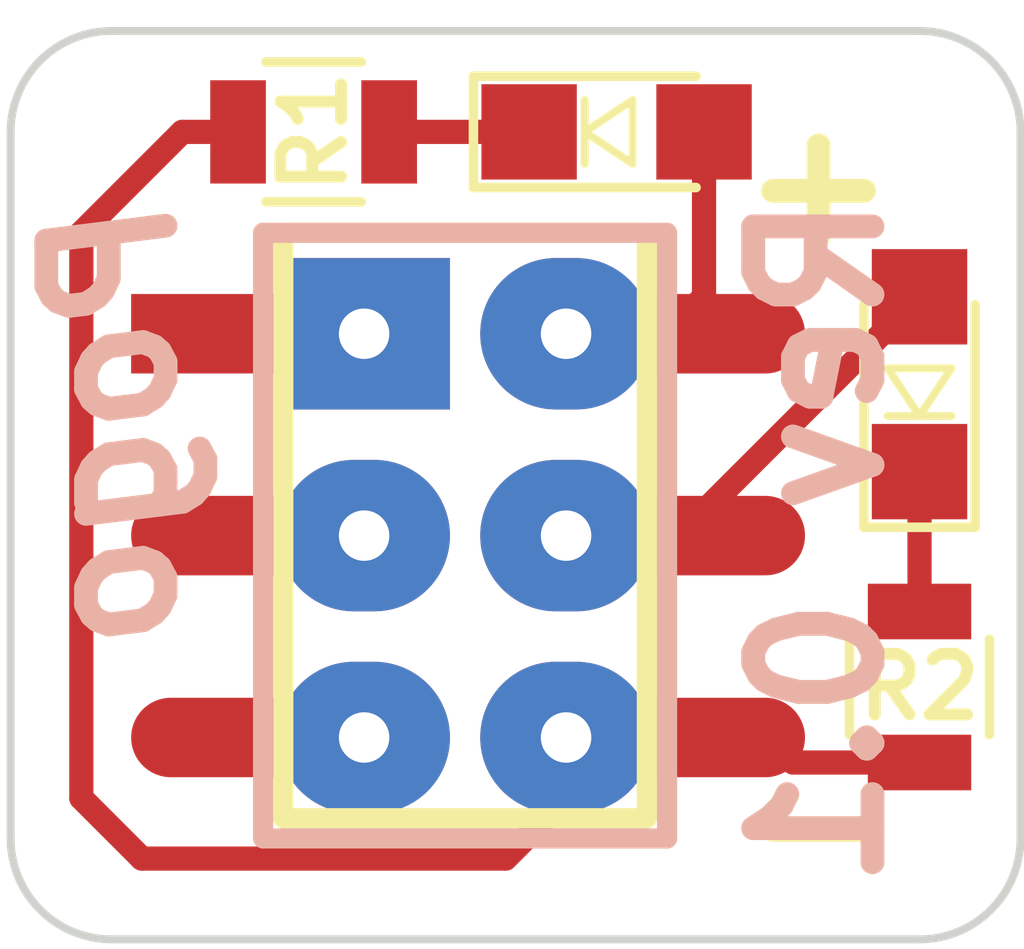
<source format=kicad_pcb>
(kicad_pcb (version 4) (host pcbnew 4.0.6)

  (general
    (links 12)
    (no_connects 0)
    (area 145.364999 91.389999 158.165001 102.920001)
    (thickness 1.6)
    (drawings 22)
    (tracks 17)
    (zones 0)
    (modules 6)
    (nets 9)
  )

  (page USLetter)
  (title_block
    (title Pogo)
    (date 2018-03-08)
    (rev 0.0)
    (company Maker'sBox)
  )

  (layers
    (0 F.Cu signal)
    (31 B.Cu signal)
    (34 B.Paste user)
    (35 F.Paste user)
    (36 B.SilkS user)
    (37 F.SilkS user)
    (38 B.Mask user)
    (39 F.Mask user)
    (40 Dwgs.User user hide)
    (44 Edge.Cuts user)
  )

  (setup
    (last_trace_width 0.1524)
    (user_trace_width 0.254)
    (user_trace_width 0.3048)
    (user_trace_width 0.4064)
    (user_trace_width 0.6096)
    (user_trace_width 2.032)
    (trace_clearance 0.1524)
    (zone_clearance 0.508)
    (zone_45_only no)
    (trace_min 0.1524)
    (segment_width 0.254)
    (edge_width 0.1)
    (via_size 0.6858)
    (via_drill 0.3302)
    (via_min_size 0.6858)
    (via_min_drill 0.3302)
    (user_via 1 0.5)
    (uvia_size 0.762)
    (uvia_drill 0.508)
    (uvias_allowed no)
    (uvia_min_size 0.508)
    (uvia_min_drill 0.127)
    (pcb_text_width 0.3)
    (pcb_text_size 1.5 1.5)
    (mod_edge_width 0.15)
    (mod_text_size 1 1)
    (mod_text_width 0.15)
    (pad_size 2.159 1.905)
    (pad_drill 0.635)
    (pad_to_mask_clearance 0)
    (aux_axis_origin 0 0)
    (grid_origin 210.82 95.25)
    (visible_elements 7FFEFFFF)
    (pcbplotparams
      (layerselection 0x010f0_80000000)
      (usegerberextensions true)
      (excludeedgelayer true)
      (linewidth 0.100000)
      (plotframeref false)
      (viasonmask false)
      (mode 1)
      (useauxorigin false)
      (hpglpennumber 1)
      (hpglpenspeed 20)
      (hpglpendiameter 15)
      (hpglpenoverlay 2)
      (psnegative false)
      (psa4output false)
      (plotreference true)
      (plotvalue true)
      (plotinvisibletext false)
      (padsonsilk false)
      (subtractmaskfromsilk false)
      (outputformat 1)
      (mirror false)
      (drillshape 0)
      (scaleselection 1)
      (outputdirectory gerbers/))
  )

  (net 0 "")
  (net 1 GND)
  (net 2 +BATT)
  (net 3 "Net-(CON1-Pad1)")
  (net 4 "Net-(CON1-Pad3)")
  (net 5 "Net-(CON1-Pad4)")
  (net 6 "Net-(CON1-Pad5)")
  (net 7 "Net-(D1-Pad1)")
  (net 8 "Net-(D2-Pad1)")

  (net_class Default "This is the default net class."
    (clearance 0.1524)
    (trace_width 0.1524)
    (via_dia 0.6858)
    (via_drill 0.3302)
    (uvia_dia 0.762)
    (uvia_drill 0.508)
    (add_net +BATT)
    (add_net GND)
    (add_net "Net-(CON1-Pad1)")
    (add_net "Net-(CON1-Pad3)")
    (add_net "Net-(CON1-Pad4)")
    (add_net "Net-(CON1-Pad5)")
    (add_net "Net-(D1-Pad1)")
    (add_net "Net-(D2-Pad1)")
  )

  (module Pin_Headers:Pin_Header_Straight_2x03_Pitch2.54mm (layer F.Cu) (tedit 5AFC7C9C) (tstamp 5AA20174)
    (at 151.13 97.79)
    (descr "Through hole straight pin header, 2x03, 2.54mm pitch, double rows")
    (tags "Through hole pin header THT 2x03 2.54mm double row")
    (path /5AA202EB)
    (fp_text reference CON2 (at 0 -4.87) (layer F.SilkS) hide
      (effects (font (size 1 1) (thickness 0.15)))
    )
    (fp_text value AVR-ISP-6 (at 0 4.87) (layer F.Fab)
      (effects (font (size 1 1) (thickness 0.15)))
    )
    (fp_line (start -2.286 -3.81) (end 2.286 -3.81) (layer F.SilkS) (width 0.254))
    (fp_line (start 2.286 -3.81) (end 2.286 3.556) (layer F.SilkS) (width 0.254))
    (fp_line (start 2.286 3.556) (end -2.286 3.556) (layer F.SilkS) (width 0.254))
    (fp_line (start -2.286 3.556) (end -2.286 -3.81) (layer F.SilkS) (width 0.254))
    (fp_line (start -1.27 -3.81) (end 2.54 -3.81) (layer F.Fab) (width 0.1))
    (fp_line (start 2.54 -3.81) (end 2.54 3.81) (layer F.Fab) (width 0.1))
    (fp_line (start 2.54 3.81) (end -2.54 3.81) (layer F.Fab) (width 0.1))
    (fp_line (start -2.54 3.81) (end -2.54 -2.54) (layer F.Fab) (width 0.1))
    (fp_line (start -2.54 -2.54) (end -1.27 -3.81) (layer F.Fab) (width 0.1))
    (fp_line (start -3.07 -4.34) (end -3.07 4.31) (layer F.CrtYd) (width 0.05))
    (fp_line (start -3.07 4.31) (end 3.08 4.31) (layer F.CrtYd) (width 0.05))
    (fp_line (start 3.08 4.31) (end 3.08 -4.34) (layer F.CrtYd) (width 0.05))
    (fp_line (start 3.08 -4.34) (end -3.07 -4.34) (layer F.CrtYd) (width 0.05))
    (fp_text user %R (at 0 0 90) (layer F.Fab)
      (effects (font (size 1 1) (thickness 0.15)))
    )
    (pad 6 smd oval (at 2.7 2.54) (size 3.15 1) (layers F.Cu F.Paste F.Mask)
      (net 1 GND))
    (pad 4 smd oval (at 2.7 0) (size 3.15 1) (layers F.Cu F.Paste F.Mask)
      (net 5 "Net-(CON1-Pad4)"))
    (pad 5 smd oval (at -2.7 2.54) (size 3 1) (layers F.Cu F.Paste F.Mask)
      (net 6 "Net-(CON1-Pad5)"))
    (pad 3 smd oval (at -2.7 0) (size 3 1) (layers F.Cu F.Paste F.Mask)
      (net 4 "Net-(CON1-Pad3)"))
    (pad 1 smd rect (at -2.7 -2.54) (size 3 1) (layers F.Cu F.Paste F.Mask)
      (net 3 "Net-(CON1-Pad1)"))
    (pad 2 smd oval (at 2.7 -2.54) (size 3.15 1) (layers F.Cu F.Paste F.Mask)
      (net 2 +BATT))
    (model ${KISYS3DMOD}/Pin_Headers.3dshapes/Pin_Header_Straight_2x03_Pitch2.54mm.wrl
      (at (xyz 0 0 0))
      (scale (xyz 1 1 1))
      (rotate (xyz 0 0 90))
    )
  )

  (module Pin_Headers:Pin_Header_Straight_2x03_Pitch2.54mm (layer F.Cu) (tedit 5AA20ECA) (tstamp 5AA2016A)
    (at 149.86 95.25)
    (descr "Through hole straight pin header, 2x03, 2.54mm pitch, double rows")
    (tags "Through hole pin header THT 2x03 2.54mm double row")
    (path /58609061)
    (fp_text reference CON1 (at 1.27 -2.33) (layer F.SilkS) hide
      (effects (font (size 1 1) (thickness 0.15)))
    )
    (fp_text value AVR-ISP-6 (at 1.27 7.41) (layer F.Fab)
      (effects (font (size 1 1) (thickness 0.15)))
    )
    (fp_line (start -1.27 -1.27) (end 3.81 -1.27) (layer B.SilkS) (width 0.254))
    (fp_line (start 3.81 -1.27) (end 3.81 6.35) (layer B.SilkS) (width 0.254))
    (fp_line (start 3.81 6.35) (end -1.27 6.35) (layer B.SilkS) (width 0.254))
    (fp_line (start -1.27 6.35) (end -1.27 -1.27) (layer B.SilkS) (width 0.254))
    (fp_line (start 0 -1.27) (end 3.81 -1.27) (layer F.Fab) (width 0.1))
    (fp_line (start 3.81 -1.27) (end 3.81 6.35) (layer F.Fab) (width 0.1))
    (fp_line (start 3.81 6.35) (end -1.27 6.35) (layer F.Fab) (width 0.1))
    (fp_line (start -1.27 6.35) (end -1.27 0) (layer F.Fab) (width 0.1))
    (fp_line (start -1.27 0) (end 0 -1.27) (layer F.Fab) (width 0.1))
    (fp_line (start -1.8 -1.8) (end -1.8 6.85) (layer F.CrtYd) (width 0.05))
    (fp_line (start -1.8 6.85) (end 4.35 6.85) (layer F.CrtYd) (width 0.05))
    (fp_line (start 4.35 6.85) (end 4.35 -1.8) (layer F.CrtYd) (width 0.05))
    (fp_line (start 4.35 -1.8) (end -1.8 -1.8) (layer F.CrtYd) (width 0.05))
    (fp_text user %R (at 1.27 2.54 90) (layer F.Fab)
      (effects (font (size 1 1) (thickness 0.15)))
    )
    (pad 1 thru_hole rect (at 0 0) (size 2.159 1.905) (drill 0.635) (layers *.Cu *.Mask)
      (net 3 "Net-(CON1-Pad1)"))
    (pad 2 thru_hole oval (at 2.54 0) (size 2.159 1.905) (drill 0.635) (layers *.Cu *.Mask)
      (net 2 +BATT))
    (pad 3 thru_hole oval (at 0 2.54) (size 2.159 1.905) (drill 0.635) (layers *.Cu *.Mask)
      (net 4 "Net-(CON1-Pad3)"))
    (pad 4 thru_hole oval (at 2.54 2.54) (size 2.159 1.905) (drill 0.635) (layers *.Cu *.Mask)
      (net 5 "Net-(CON1-Pad4)"))
    (pad 5 thru_hole oval (at 0 5.08) (size 2.159 1.905) (drill 0.635) (layers *.Cu *.Mask)
      (net 6 "Net-(CON1-Pad5)"))
    (pad 6 thru_hole oval (at 2.54 5.08) (size 2.159 1.905) (drill 0.635) (layers *.Cu *.Mask)
      (net 1 GND))
  )

  (module LEDs:LED_0805 (layer F.Cu) (tedit 5AFC7E1D) (tstamp 5AA206ED)
    (at 153.035 92.71)
    (descr "LED 0805 smd package")
    (tags "LED led 0805 SMD smd SMT smt smdled SMDLED smtled SMTLED")
    (path /5AA20546)
    (attr smd)
    (fp_text reference D1 (at 0 -1.45) (layer F.SilkS) hide
      (effects (font (size 1 1) (thickness 0.15)))
    )
    (fp_text value LED (at 0 1.55) (layer F.Fab)
      (effects (font (size 1 1) (thickness 0.15)))
    )
    (fp_line (start -1.8 -0.7) (end -1.8 0.7) (layer F.SilkS) (width 0.12))
    (fp_line (start -0.4 -0.4) (end -0.4 0.4) (layer F.SilkS) (width 0.1))
    (fp_line (start -0.4 0) (end 0.2 -0.4) (layer F.SilkS) (width 0.1))
    (fp_line (start 0.2 0.4) (end -0.4 0) (layer F.SilkS) (width 0.1))
    (fp_line (start 0.2 -0.4) (end 0.2 0.4) (layer F.SilkS) (width 0.1))
    (fp_line (start 1 0.6) (end -1 0.6) (layer F.Fab) (width 0.1))
    (fp_line (start 1 -0.6) (end 1 0.6) (layer F.Fab) (width 0.1))
    (fp_line (start -1 -0.6) (end 1 -0.6) (layer F.Fab) (width 0.1))
    (fp_line (start -1 0.6) (end -1 -0.6) (layer F.Fab) (width 0.1))
    (fp_line (start -1.8 0.7) (end 1 0.7) (layer F.SilkS) (width 0.12))
    (fp_line (start -1.8 -0.7) (end 1 -0.7) (layer F.SilkS) (width 0.12))
    (fp_line (start 1.95 -0.85) (end 1.95 0.85) (layer F.CrtYd) (width 0.05))
    (fp_line (start 1.95 0.85) (end -1.95 0.85) (layer F.CrtYd) (width 0.05))
    (fp_line (start -1.95 0.85) (end -1.95 -0.85) (layer F.CrtYd) (width 0.05))
    (fp_line (start -1.95 -0.85) (end 1.95 -0.85) (layer F.CrtYd) (width 0.05))
    (fp_text user %R (at 0 -1.25) (layer F.Fab)
      (effects (font (size 0.4 0.4) (thickness 0.1)))
    )
    (pad 2 smd rect (at 1.1 0 180) (size 1.2 1.2) (layers F.Cu F.Paste F.Mask)
      (net 2 +BATT))
    (pad 1 smd rect (at -1.1 0 180) (size 1.2 1.2) (layers F.Cu F.Paste F.Mask)
      (net 7 "Net-(D1-Pad1)"))
    (model ${KISYS3DMOD}/LEDs.3dshapes/LED_0805.wrl
      (at (xyz 0 0 0))
      (scale (xyz 1 1 1))
      (rotate (xyz 0 0 180))
    )
  )

  (module LEDs:LED_0805 (layer F.Cu) (tedit 5AFC7E2B) (tstamp 5AA206E7)
    (at 156.845 95.885 90)
    (descr "LED 0805 smd package")
    (tags "LED led 0805 SMD smd SMT smt smdled SMDLED smtled SMTLED")
    (path /5AA206DD)
    (attr smd)
    (fp_text reference D2 (at 0 -1.45 90) (layer F.SilkS) hide
      (effects (font (size 1 1) (thickness 0.15)))
    )
    (fp_text value LED (at 0 1.55 90) (layer F.Fab)
      (effects (font (size 1 1) (thickness 0.15)))
    )
    (fp_line (start -1.8 -0.7) (end -1.8 0.7) (layer F.SilkS) (width 0.12))
    (fp_line (start -0.4 -0.4) (end -0.4 0.4) (layer F.SilkS) (width 0.1))
    (fp_line (start -0.4 0) (end 0.2 -0.4) (layer F.SilkS) (width 0.1))
    (fp_line (start 0.2 0.4) (end -0.4 0) (layer F.SilkS) (width 0.1))
    (fp_line (start 0.2 -0.4) (end 0.2 0.4) (layer F.SilkS) (width 0.1))
    (fp_line (start 1 0.6) (end -1 0.6) (layer F.Fab) (width 0.1))
    (fp_line (start 1 -0.6) (end 1 0.6) (layer F.Fab) (width 0.1))
    (fp_line (start -1 -0.6) (end 1 -0.6) (layer F.Fab) (width 0.1))
    (fp_line (start -1 0.6) (end -1 -0.6) (layer F.Fab) (width 0.1))
    (fp_line (start -1.8 0.7) (end 1 0.7) (layer F.SilkS) (width 0.12))
    (fp_line (start -1.8 -0.7) (end 1 -0.7) (layer F.SilkS) (width 0.12))
    (fp_line (start 1.95 -0.85) (end 1.95 0.85) (layer F.CrtYd) (width 0.05))
    (fp_line (start 1.95 0.85) (end -1.95 0.85) (layer F.CrtYd) (width 0.05))
    (fp_line (start -1.95 0.85) (end -1.95 -0.85) (layer F.CrtYd) (width 0.05))
    (fp_line (start -1.95 -0.85) (end 1.95 -0.85) (layer F.CrtYd) (width 0.05))
    (fp_text user %R (at 0 -1.25 90) (layer F.Fab)
      (effects (font (size 0.4 0.4) (thickness 0.1)))
    )
    (pad 2 smd rect (at 1.1 0 270) (size 1.2 1.2) (layers F.Cu F.Paste F.Mask)
      (net 5 "Net-(CON1-Pad4)"))
    (pad 1 smd rect (at -1.1 0 270) (size 1.2 1.2) (layers F.Cu F.Paste F.Mask)
      (net 8 "Net-(D2-Pad1)"))
    (model ${KISYS3DMOD}/LEDs.3dshapes/LED_0805.wrl
      (at (xyz 0 0 0))
      (scale (xyz 1 1 1))
      (rotate (xyz 0 0 180))
    )
  )

  (module Resistors_SMD:R_0805 (layer F.Cu) (tedit 5AFC7E30) (tstamp 5AA206F3)
    (at 156.845 99.695 270)
    (descr "Resistor SMD 0805, reflow soldering, Vishay (see dcrcw.pdf)")
    (tags "resistor 0805")
    (path /5AA20729)
    (attr smd)
    (fp_text reference R2 (at 0 0 360) (layer F.SilkS)
      (effects (font (size 0.762 0.762) (thickness 0.15)))
    )
    (fp_text value 330 (at 0 1.75 270) (layer F.Fab)
      (effects (font (size 1 1) (thickness 0.15)))
    )
    (fp_text user %R (at 0 0 270) (layer F.Fab)
      (effects (font (size 0.5 0.5) (thickness 0.075)))
    )
    (fp_line (start -1 0.62) (end -1 -0.62) (layer F.Fab) (width 0.1))
    (fp_line (start 1 0.62) (end -1 0.62) (layer F.Fab) (width 0.1))
    (fp_line (start 1 -0.62) (end 1 0.62) (layer F.Fab) (width 0.1))
    (fp_line (start -1 -0.62) (end 1 -0.62) (layer F.Fab) (width 0.1))
    (fp_line (start 0.6 0.88) (end -0.6 0.88) (layer F.SilkS) (width 0.12))
    (fp_line (start -0.6 -0.88) (end 0.6 -0.88) (layer F.SilkS) (width 0.12))
    (fp_line (start -1.55 -0.9) (end 1.55 -0.9) (layer F.CrtYd) (width 0.05))
    (fp_line (start -1.55 -0.9) (end -1.55 0.9) (layer F.CrtYd) (width 0.05))
    (fp_line (start 1.55 0.9) (end 1.55 -0.9) (layer F.CrtYd) (width 0.05))
    (fp_line (start 1.55 0.9) (end -1.55 0.9) (layer F.CrtYd) (width 0.05))
    (pad 1 smd rect (at -0.95 0 270) (size 0.7 1.3) (layers F.Cu F.Paste F.Mask)
      (net 8 "Net-(D2-Pad1)"))
    (pad 2 smd rect (at 0.95 0 270) (size 0.7 1.3) (layers F.Cu F.Paste F.Mask)
      (net 1 GND))
    (model ${KISYS3DMOD}/Resistors_SMD.3dshapes/R_0805.wrl
      (at (xyz 0 0 0))
      (scale (xyz 1 1 1))
      (rotate (xyz 0 0 0))
    )
  )

  (module Resistors_SMD:R_0805 (layer F.Cu) (tedit 5AFC7E25) (tstamp 5AA206F9)
    (at 149.225 92.71 180)
    (descr "Resistor SMD 0805, reflow soldering, Vishay (see dcrcw.pdf)")
    (tags "resistor 0805")
    (path /5AA20593)
    (attr smd)
    (fp_text reference R1 (at 0 0 270) (layer F.SilkS)
      (effects (font (size 0.762 0.762) (thickness 0.15)))
    )
    (fp_text value 330 (at 0 1.75 180) (layer F.Fab)
      (effects (font (size 1 1) (thickness 0.15)))
    )
    (fp_text user %R (at 0 0 180) (layer F.Fab)
      (effects (font (size 0.5 0.5) (thickness 0.075)))
    )
    (fp_line (start -1 0.62) (end -1 -0.62) (layer F.Fab) (width 0.1))
    (fp_line (start 1 0.62) (end -1 0.62) (layer F.Fab) (width 0.1))
    (fp_line (start 1 -0.62) (end 1 0.62) (layer F.Fab) (width 0.1))
    (fp_line (start -1 -0.62) (end 1 -0.62) (layer F.Fab) (width 0.1))
    (fp_line (start 0.6 0.88) (end -0.6 0.88) (layer F.SilkS) (width 0.12))
    (fp_line (start -0.6 -0.88) (end 0.6 -0.88) (layer F.SilkS) (width 0.12))
    (fp_line (start -1.55 -0.9) (end 1.55 -0.9) (layer F.CrtYd) (width 0.05))
    (fp_line (start -1.55 -0.9) (end -1.55 0.9) (layer F.CrtYd) (width 0.05))
    (fp_line (start 1.55 0.9) (end 1.55 -0.9) (layer F.CrtYd) (width 0.05))
    (fp_line (start 1.55 0.9) (end -1.55 0.9) (layer F.CrtYd) (width 0.05))
    (pad 1 smd rect (at -0.95 0 180) (size 0.7 1.3) (layers F.Cu F.Paste F.Mask)
      (net 7 "Net-(D1-Pad1)"))
    (pad 2 smd rect (at 0.95 0 180) (size 0.7 1.3) (layers F.Cu F.Paste F.Mask)
      (net 1 GND))
    (model ${KISYS3DMOD}/Resistors_SMD.3dshapes/R_0805.wrl
      (at (xyz 0 0 0))
      (scale (xyz 1 1 1))
      (rotate (xyz 0 0 0))
    )
  )

  (gr_text Pogo (at 146.685 93.345 90) (layer B.SilkS)
    (effects (font (size 1.5 1.5) (thickness 0.3) italic) (justify left mirror))
  )
  (gr_line (start 145.415 101.6) (end 145.415 92.71) (angle 90) (layer Edge.Cuts) (width 0.1))
  (gr_line (start 156.845 102.87) (end 146.685 102.87) (angle 90) (layer Edge.Cuts) (width 0.1))
  (gr_line (start 158.115 92.71) (end 158.115 101.6) (angle 90) (layer Edge.Cuts) (width 0.1))
  (gr_line (start 146.685 91.44) (end 156.845 91.44) (angle 90) (layer Edge.Cuts) (width 0.1))
  (gr_arc (start 146.685 92.71) (end 145.415 92.71) (angle 90) (layer Edge.Cuts) (width 0.1))
  (gr_arc (start 146.685 101.6) (end 146.685 102.87) (angle 90) (layer Edge.Cuts) (width 0.1))
  (gr_arc (start 156.845 101.6) (end 158.115 101.6) (angle 90) (layer Edge.Cuts) (width 0.1))
  (gr_arc (start 156.845 92.71) (end 156.845 91.44) (angle 90) (layer Edge.Cuts) (width 0.1))
  (gr_line (start 145.415 102.87) (end 158.115 102.87) (angle 90) (layer Dwgs.User) (width 0.254))
  (gr_line (start 145.415 91.44) (end 145.415 102.235) (angle 90) (layer Dwgs.User) (width 0.254))
  (gr_line (start 158.115 91.44) (end 145.415 91.44) (angle 90) (layer Dwgs.User) (width 0.254))
  (gr_line (start 158.115 102.87) (end 158.115 91.44) (angle 90) (layer Dwgs.User) (width 0.254))
  (gr_text "Rev 0.1" (at 155.575 93.345 90) (layer B.SilkS)
    (effects (font (size 1.5 1.5) (thickness 0.3)) (justify left mirror))
  )
  (gr_text - (at 155.575 101.6 180) (layer F.SilkS)
    (effects (font (size 1.5 1.5) (thickness 0.3)))
  )
  (gr_text + (at 155.575 93.345) (layer F.SilkS)
    (effects (font (size 1.5 1.5) (thickness 0.3)))
  )
  (gr_line (start 208.026 106.68) (end 208.026 87.376) (angle 90) (layer Dwgs.User) (width 0.254))
  (gr_line (start 207.645 92.71) (end 207.645 78.105) (angle 90) (layer Dwgs.User) (width 0.254))
  (gr_line (start 222.885 92.71) (end 207.645 92.71) (angle 90) (layer Dwgs.User) (width 0.254))
  (gr_line (start 207.645 92.71) (end 222.885 92.71) (angle 90) (layer Dwgs.User) (width 0.254))
  (gr_circle (center 207.645 93.345) (end 202.565 85.725) (layer Dwgs.User) (width 0.254))
  (gr_line (start 202.32 86.75) (end 219.82 104.25) (angle 90) (layer Dwgs.User) (width 0.1))

  (segment (start 153.83 100.33) (end 153.162 100.33) (width 0.3048) (layer F.Cu) (net 1))
  (segment (start 153.162 100.33) (end 151.638 101.854) (width 0.3048) (layer F.Cu) (net 1) (tstamp 5AFC7EF0))
  (segment (start 147.574 92.71) (end 148.275 92.71) (width 0.3048) (layer F.Cu) (net 1) (tstamp 5AFC7EF6))
  (segment (start 146.304 93.98) (end 147.574 92.71) (width 0.3048) (layer F.Cu) (net 1) (tstamp 5AFC7EF5))
  (segment (start 146.304 101.092) (end 146.304 93.98) (width 0.3048) (layer F.Cu) (net 1) (tstamp 5AFC7EF4))
  (segment (start 147.066 101.854) (end 146.304 101.092) (width 0.3048) (layer F.Cu) (net 1) (tstamp 5AFC7EF3))
  (segment (start 151.638 101.854) (end 147.066 101.854) (width 0.3048) (layer F.Cu) (net 1) (tstamp 5AFC7EF1))
  (segment (start 156.845 100.645) (end 155.255 100.645) (width 0.3048) (layer F.Cu) (net 1))
  (segment (start 155.255 100.645) (end 154.94 100.33) (width 0.3048) (layer F.Cu) (net 1) (tstamp 5AFC7EEB))
  (segment (start 154.94 100.33) (end 153.83 100.33) (width 0.3048) (layer F.Cu) (net 1) (tstamp 5AFC7EED))
  (segment (start 153.83 95.25) (end 153.83 95.09) (width 0.3048) (layer F.Cu) (net 2))
  (segment (start 153.83 95.09) (end 154.135 94.785) (width 0.3048) (layer F.Cu) (net 2) (tstamp 5AFC7F7D))
  (segment (start 154.135 94.785) (end 154.135 92.71) (width 0.3048) (layer F.Cu) (net 2) (tstamp 5AFC7F7E))
  (segment (start 156.845 94.785) (end 156.835 94.785) (width 0.3048) (layer F.Cu) (net 5))
  (segment (start 156.835 94.785) (end 153.83 97.79) (width 0.3048) (layer F.Cu) (net 5) (tstamp 5AFC7F81))
  (segment (start 150.175 92.71) (end 151.935 92.71) (width 0.3048) (layer F.Cu) (net 7))
  (segment (start 156.845 96.985) (end 156.845 98.745) (width 0.3048) (layer F.Cu) (net 8))

)

</source>
